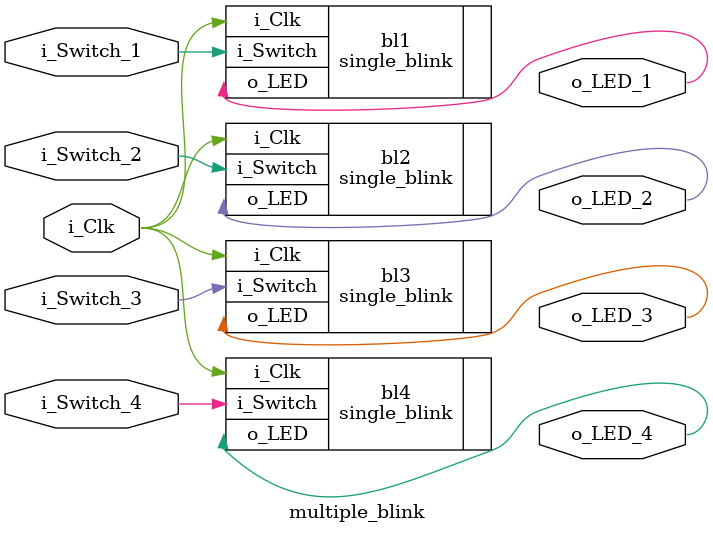
<source format=v>
module multiple_blink (
    input i_Clk,
    input i_Switch_1,
    input i_Switch_2,
    input i_Switch_3,
    input i_Switch_4,
    output reg o_LED_1,
    output reg o_LED_2,
    output reg o_LED_3,
    output reg o_LED_4
);
single_blink  #(.DELAY_TIME(4000000)) bl1 (.i_Clk(i_Clk), .i_Switch(i_Switch_1), .o_LED(o_LED_1));
single_blink #(.DELAY_TIME(8000000)) bl2 (.i_Clk(i_Clk), .i_Switch(i_Switch_2), .o_LED(o_LED_2));
single_blink #(.DELAY_TIME(2000000)) bl3 (.i_Clk(i_Clk), .i_Switch(i_Switch_3), .o_LED(o_LED_3));
single_blink #(.DELAY_TIME(16000000)) bl4 (.i_Clk(i_Clk), .i_Switch(i_Switch_4), .o_LED(o_LED_4));
endmodule
</source>
